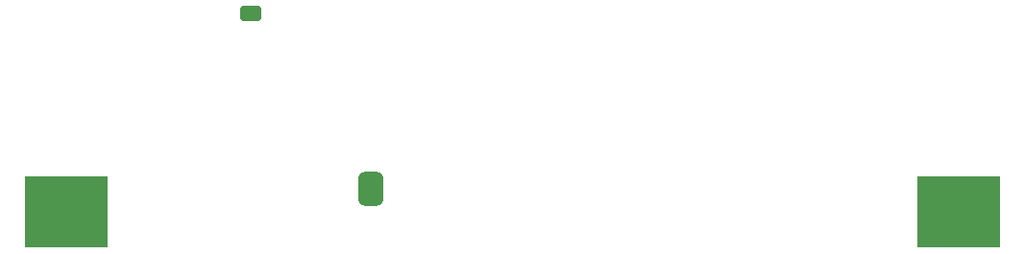
<source format=gbr>
%TF.GenerationSoftware,KiCad,Pcbnew,8.0.6*%
%TF.CreationDate,2025-01-24T00:07:20+07:00*%
%TF.ProjectId,esp_gamepad_v2,6573705f-6761-46d6-9570-61645f76322e,rev?*%
%TF.SameCoordinates,Original*%
%TF.FileFunction,Paste,Bot*%
%TF.FilePolarity,Positive*%
%FSLAX46Y46*%
G04 Gerber Fmt 4.6, Leading zero omitted, Abs format (unit mm)*
G04 Created by KiCad (PCBNEW 8.0.6) date 2025-01-24 00:07:20*
%MOMM*%
%LPD*%
G01*
G04 APERTURE LIST*
G04 Aperture macros list*
%AMRoundRect*
0 Rectangle with rounded corners*
0 $1 Rounding radius*
0 $2 $3 $4 $5 $6 $7 $8 $9 X,Y pos of 4 corners*
0 Add a 4 corners polygon primitive as box body*
4,1,4,$2,$3,$4,$5,$6,$7,$8,$9,$2,$3,0*
0 Add four circle primitives for the rounded corners*
1,1,$1+$1,$2,$3*
1,1,$1+$1,$4,$5*
1,1,$1+$1,$6,$7*
1,1,$1+$1,$8,$9*
0 Add four rect primitives between the rounded corners*
20,1,$1+$1,$2,$3,$4,$5,0*
20,1,$1+$1,$4,$5,$6,$7,0*
20,1,$1+$1,$6,$7,$8,$9,0*
20,1,$1+$1,$8,$9,$2,$3,0*%
G04 Aperture macros list end*
%ADD10RoundRect,0.545793X-0.556707X-0.961707X0.556707X-0.961707X0.556707X0.961707X-0.556707X0.961707X0*%
%ADD11RoundRect,0.351875X-0.606875X-0.351875X0.606875X-0.351875X0.606875X0.351875X-0.606875X0.351875X0*%
%ADD12R,7.340000X6.350000*%
G04 APERTURE END LIST*
D10*
%TO.C,U7*%
X139022500Y-116992500D03*
%TD*%
D11*
%TO.C,U5*%
X128450000Y-101475000D03*
%TD*%
D12*
%TO.C,BT1*%
X190830000Y-119000000D03*
X112170000Y-119000000D03*
%TD*%
M02*

</source>
